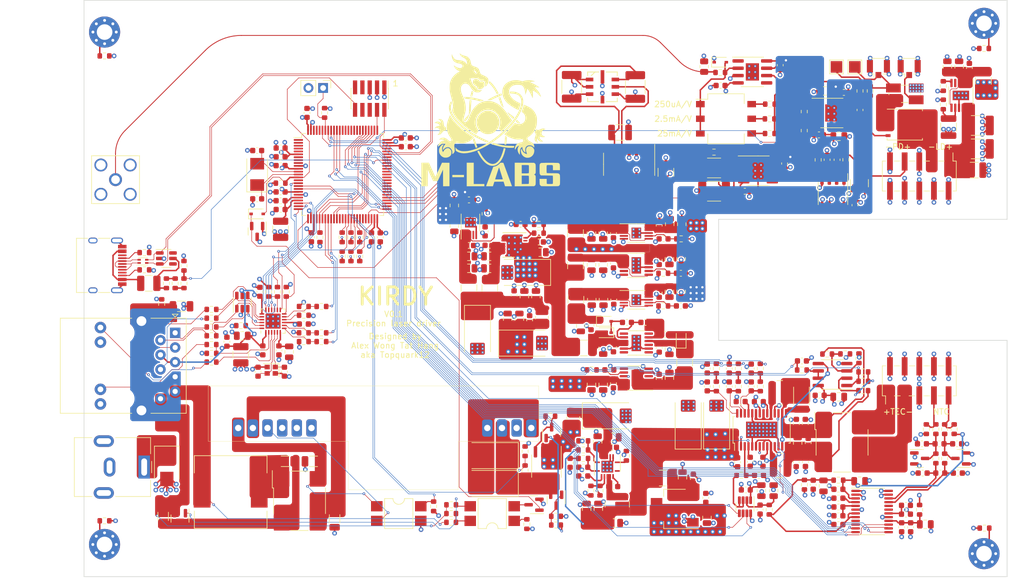
<source format=kicad_pcb>
(kicad_pcb (version 20211014) (generator pcbnew)

  (general
    (thickness 1.6)
  )

  (paper "A4")
  (layers
    (0 "F.Cu" signal)
    (1 "In1.Cu" signal)
    (2 "In2.Cu" signal)
    (31 "B.Cu" signal)
    (32 "B.Adhes" user "B.Adhesive")
    (33 "F.Adhes" user "F.Adhesive")
    (34 "B.Paste" user)
    (35 "F.Paste" user)
    (36 "B.SilkS" user "B.Silkscreen")
    (37 "F.SilkS" user "F.Silkscreen")
    (38 "B.Mask" user)
    (39 "F.Mask" user)
    (40 "Dwgs.User" user "User.Drawings")
    (41 "Cmts.User" user "User.Comments")
    (42 "Eco1.User" user "User.Eco1")
    (43 "Eco2.User" user "User.Eco2")
    (44 "Edge.Cuts" user)
    (45 "Margin" user)
    (46 "B.CrtYd" user "B.Courtyard")
    (47 "F.CrtYd" user "F.Courtyard")
    (48 "B.Fab" user)
    (49 "F.Fab" user)
    (50 "User.1" user)
    (51 "User.2" user)
    (52 "User.3" user)
    (53 "User.4" user)
    (54 "User.5" user)
    (55 "User.6" user)
    (56 "User.7" user)
    (57 "User.8" user)
    (58 "User.9" user)
  )

  (setup
    (stackup
      (layer "F.SilkS" (type "Top Silk Screen"))
      (layer "F.Paste" (type "Top Solder Paste"))
      (layer "F.Mask" (type "Top Solder Mask") (thickness 0.01))
      (layer "F.Cu" (type "copper") (thickness 0.035))
      (layer "dielectric 1" (type "core") (thickness 0.48) (material "FR4") (epsilon_r 4.5) (loss_tangent 0.02))
      (layer "In1.Cu" (type "copper") (thickness 0.035))
      (layer "dielectric 2" (type "prepreg") (thickness 0.48) (material "FR4") (epsilon_r 4.5) (loss_tangent 0.02))
      (layer "In2.Cu" (type "copper") (thickness 0.035))
      (layer "dielectric 3" (type "core") (thickness 0.48) (material "FR4") (epsilon_r 4.5) (loss_tangent 0.02))
      (layer "B.Cu" (type "copper") (thickness 0.035))
      (layer "B.Mask" (type "Bottom Solder Mask") (thickness 0.01))
      (layer "B.Paste" (type "Bottom Solder Paste"))
      (layer "B.SilkS" (type "Bottom Silk Screen"))
      (copper_finish "ENIG")
      (dielectric_constraints no)
    )
    (pad_to_mask_clearance 0)
    (pcbplotparams
      (layerselection 0x00010fc_ffffffff)
      (disableapertmacros false)
      (usegerberextensions false)
      (usegerberattributes true)
      (usegerberadvancedattributes true)
      (creategerberjobfile true)
      (svguseinch false)
      (svgprecision 6)
      (excludeedgelayer true)
      (plotframeref false)
      (viasonmask false)
      (mode 1)
      (useauxorigin false)
      (hpglpennumber 1)
      (hpglpenspeed 20)
      (hpglpendiameter 15.000000)
      (dxfpolygonmode true)
      (dxfimperialunits true)
      (dxfusepcbnewfont true)
      (psnegative false)
      (psa4output false)
      (plotreference true)
      (plotvalue true)
      (plotinvisibletext false)
      (sketchpadsonfab false)
      (subtractmaskfromsilk false)
      (outputformat 1)
      (mirror false)
      (drillshape 1)
      (scaleselection 1)
      (outputdirectory "")
    )
  )

  (net 0 "")
  (net 1 "+5VA")
  (net 2 "GND")
  (net 3 "Net-(C2-Pad2)")
  (net 4 "Net-(C5-Pad1)")
  (net 5 "Net-(C5-Pad2)")
  (net 6 "Net-(C6-Pad1)")
  (net 7 "+9VA")
  (net 8 "-6V")
  (net 9 "+15V")
  (net 10 "Net-(C13-Pad1)")
  (net 11 "Net-(C13-Pad2)")
  (net 12 "/MCU/PD_MON")
  (net 13 "/driveStage/PD_C")
  (net 14 "Net-(C17-Pad2)")
  (net 15 "Net-(C18-Pad1)")
  (net 16 "Net-(C19-Pad1)")
  (net 17 "+3V3")
  (net 18 "Net-(C21-Pad2)")
  (net 19 "Net-(C22-Pad1)")
  (net 20 "/MCU/VREF")
  (net 21 "+12V")
  (net 22 "Net-(C37-Pad2)")
  (net 23 "Net-(C38-Pad1)")
  (net 24 "Net-(C38-Pad2)")
  (net 25 "Net-(C40-Pad1)")
  (net 26 "Net-(C42-Pad2)")
  (net 27 "Net-(C43-Pad2)")
  (net 28 "-9V")
  (net 29 "IN")
  (net 30 "Net-(C50-Pad1)")
  (net 31 "Net-(C51-Pad1)")
  (net 32 "Net-(C52-Pad1)")
  (net 33 "Net-(C53-Pad1)")
  (net 34 "Net-(C54-Pad1)")
  (net 35 "Net-(C55-Pad1)")
  (net 36 "Net-(C69-Pad1)")
  (net 37 "Net-(C70-Pad1)")
  (net 38 "Net-(C71-Pad1)")
  (net 39 "Net-(C72-Pad1)")
  (net 40 "Net-(C73-Pad1)")
  (net 41 "Net-(C74-Pad1)")
  (net 42 "+9V")
  (net 43 "+8V")
  (net 44 "+3.3VA")
  (net 45 "/thermostat/DAC_REF")
  (net 46 "/thermostat/ADC_REF")
  (net 47 "/thermostat/ADC_A3V3")
  (net 48 "/thermostat/ADC_D3V3")
  (net 49 "Net-(C102-Pad1)")
  (net 50 "Net-(C103-Pad1)")
  (net 51 "Net-(C104-Pad1)")
  (net 52 "/thermostat/MAXV")
  (net 53 "/thermostat/MAXIP")
  (net 54 "/thermostat/MAXIN")
  (net 55 "Net-(C110-Pad1)")
  (net 56 "Net-(C115-Pad1)")
  (net 57 "Net-(C117-Pad1)")
  (net 58 "/MCU/TEC_ISEN")
  (net 59 "Net-(C119-Pad1)")
  (net 60 "/MCU/TEC_VREF")
  (net 61 "Net-(C122-Pad2)")
  (net 62 "Net-(C123-Pad2)")
  (net 63 "Net-(C125-Pad1)")
  (net 64 "+5V")
  (net 65 "Net-(C132-Pad2)")
  (net 66 "Net-(C133-Pad2)")
  (net 67 "Net-(C135-Pad2)")
  (net 68 "Net-(C136-Pad2)")
  (net 69 "Net-(C141-Pad1)")
  (net 70 "Net-(C145-Pad1)")
  (net 71 "Net-(C145-Pad2)")
  (net 72 "Net-(C146-Pad1)")
  (net 73 "Net-(C147-Pad1)")
  (net 74 "Net-(C148-Pad1)")
  (net 75 "Net-(C149-Pad1)")
  (net 76 "Net-(C149-Pad2)")
  (net 77 "Net-(C150-Pad1)")
  (net 78 "Net-(C151-Pad1)")
  (net 79 "Net-(C152-Pad1)")
  (net 80 "Net-(C152-Pad2)")
  (net 81 "Net-(C158-Pad1)")
  (net 82 "Net-(C162-Pad2)")
  (net 83 "Net-(C163-Pad2)")
  (net 84 "Net-(C164-Pad1)")
  (net 85 "/Ehternet/AVDDT_PHY")
  (net 86 "/Ehternet/ETH_SHIELD")
  (net 87 "Net-(D1-Pad2)")
  (net 88 "/MCU/MCU_RSTn")
  (net 89 "/MCU/RST")
  (net 90 "Net-(FB12-Pad1)")
  (net 91 "Net-(FB12-Pad2)")
  (net 92 "/thermostat/TEC+")
  (net 93 "/thermostat/TEC-")
  (net 94 "Net-(J7-PadA7)")
  (net 95 "Net-(J7-PadA6)")
  (net 96 "/MCU/USB_DP")
  (net 97 "/MCU/USB_DN")
  (net 98 "Net-(J1-Pad1)")
  (net 99 "Net-(J2-Pad1)")
  (net 100 "/MCU/SWDIO")
  (net 101 "/MCU/SWCLK")
  (net 102 "unconnected-(J4-Pad6)")
  (net 103 "unconnected-(J4-Pad7)")
  (net 104 "unconnected-(J4-Pad8)")
  (net 105 "unconnected-(J4-Pad9)")
  (net 106 "Net-(J6-Pad1)")
  (net 107 "Net-(J6-Pad2)")
  (net 108 "Net-(J6-Pad3)")
  (net 109 "Net-(J6-Pad6)")
  (net 110 "/Ehternet/POE_VC-")
  (net 111 "/Ehternet/POE_VC+")
  (net 112 "Net-(J6-Pad11)")
  (net 113 "Net-(J6-Pad13)")
  (net 114 "Net-(J7-PadA5)")
  (net 115 "unconnected-(J7-PadA8)")
  (net 116 "Net-(J7-PadB5)")
  (net 117 "unconnected-(J7-PadB8)")
  (net 118 "/driveStage/LD-")
  (net 119 "/thermostat/NTC+")
  (net 120 "/thermostat/NTC-")
  (net 121 "Net-(JP1-Pad1)")
  (net 122 "Net-(L2-Pad1)")
  (net 123 "Net-(L3-Pad1)")
  (net 124 "Net-(Q1-Pad1)")
  (net 125 "Net-(Q2-Pad3)")
  (net 126 "Net-(Q3-Pad1)")
  (net 127 "Net-(Q4-Pad1)")
  (net 128 "Net-(Q5-Pad4)")
  (net 129 "Net-(Q6-Pad1)")
  (net 130 "Net-(R4-Pad1)")
  (net 131 "Net-(R4-Pad2)")
  (net 132 "Net-(R5-Pad1)")
  (net 133 "Net-(R6-Pad1)")
  (net 134 "Net-(R7-Pad2)")
  (net 135 "Net-(R10-Pad2)")
  (net 136 "/MCU/PD_BIAS")
  (net 137 "Net-(R14-Pad2)")
  (net 138 "Net-(R15-Pad2)")
  (net 139 "Net-(R16-Pad2)")
  (net 140 "Net-(R17-Pad2)")
  (net 141 "Net-(R18-Pad2)")
  (net 142 "Net-(R19-Pad2)")
  (net 143 "Net-(R24-Pad2)")
  (net 144 "Net-(R29-Pad2)")
  (net 145 "Net-(R30-Pad2)")
  (net 146 "/MCU/PWM_MAXV")
  (net 147 "/MCU/PWM_MAXIP")
  (net 148 "/MCU/PWM_MAXIN")
  (net 149 "Net-(R41-Pad1)")
  (net 150 "Net-(R42-Pad2)")
  (net 151 "Net-(R45-Pad1)")
  (net 152 "Net-(R46-Pad2)")
  (net 153 "/MCU/TEC_VSEN")
  (net 154 "Net-(R48-Pad2)")
  (net 155 "Net-(R56-Pad2)")
  (net 156 "Net-(R57-Pad2)")
  (net 157 "Net-(R60-Pad2)")
  (net 158 "Net-(R63-Pad1)")
  (net 159 "Net-(R65-Pad1)")
  (net 160 "/MCU/AT_EVENT")
  (net 161 "/MCU/POE_PWR_SRC")
  (net 162 "/Ehternet/RMII_RXD0")
  (net 163 "Net-(R73-Pad2)")
  (net 164 "/Ehternet/RMII_RXD1")
  (net 165 "Net-(R74-Pad2)")
  (net 166 "/Ehternet/RMII_CRS_DV")
  (net 167 "Net-(R75-Pad2)")
  (net 168 "/Ehternet/RMII_REF_CLK")
  (net 169 "Net-(R76-Pad2)")
  (net 170 "/Ehternet/RMII_MDIO")
  (net 171 "Net-(R82-Pad2)")
  (net 172 "/Ehternet/ETH_LED_1")
  (net 173 "Net-(R84-Pad1)")
  (net 174 "/Ehternet/PHY_TD_P")
  (net 175 "/Ehternet/PHY_TD_N")
  (net 176 "/Ehternet/PHY_RD_P")
  (net 177 "/Ehternet/PHY_RD_N")
  (net 178 "/Ehternet/ETH_LED_2")
  (net 179 "Net-(R94-Pad2)")
  (net 180 "Net-(R95-Pad1)")
  (net 181 "/MCU/USB_VBUS")
  (net 182 "/MCU/LDAC_LOAD")
  (net 183 "/MCU/LDAC_CLK")
  (net 184 "/MCU/LDAC_MOSI")
  (net 185 "/MCU/LDAC_CS")
  (net 186 "/MCU/TADC_SYNC")
  (net 187 "/MCU/TADC_MISO")
  (net 188 "/MCU/TDAC_MOSI")
  (net 189 "/MCU/TADC_CLK")
  (net 190 "/MCU/TDAC_CLK")
  (net 191 "/MCU/TADC_CS")
  (net 192 "/MCU/TDAC_SYNC")
  (net 193 "/MCU/TADC_MOSI")
  (net 194 "Net-(U1-Pad6)")
  (net 195 "unconnected-(U2-Pad1)")
  (net 196 "unconnected-(U2-Pad9)")
  (net 197 "unconnected-(U2-Pad13)")
  (net 198 "unconnected-(U5-Pad7)")
  (net 199 "unconnected-(U7-Pad1)")
  (net 200 "unconnected-(U7-Pad2)")
  (net 201 "unconnected-(U7-Pad3)")
  (net 202 "unconnected-(U7-Pad4)")
  (net 203 "unconnected-(U7-Pad5)")
  (net 204 "unconnected-(U7-Pad7)")
  (net 205 "unconnected-(U7-Pad8)")
  (net 206 "unconnected-(U7-Pad9)")
  (net 207 "unconnected-(U7-Pad15)")
  (net 208 "/Ehternet/RMII_MDC")
  (net 209 "/Ehternet/PHY_NRST")
  (net 210 "/MCU/TEC_SHDN")
  (net 211 "unconnected-(U7-Pad37)")
  (net 212 "unconnected-(U7-Pad38)")
  (net 213 "unconnected-(U7-Pad45)")
  (net 214 "unconnected-(U7-Pad46)")
  (net 215 "/Ehternet/RMII_TX_EN")
  (net 216 "/Ehternet/RMII_TXD0")
  (net 217 "/Ehternet/RMII_TXD1")
  (net 218 "unconnected-(U7-Pad56)")
  (net 219 "unconnected-(U7-Pad57)")
  (net 220 "unconnected-(U7-Pad58)")
  (net 221 "unconnected-(U7-Pad59)")
  (net 222 "unconnected-(U7-Pad60)")
  (net 223 "unconnected-(U7-Pad61)")
  (net 224 "unconnected-(U7-Pad62)")
  (net 225 "unconnected-(U7-Pad63)")
  (net 226 "unconnected-(U7-Pad64)")
  (net 227 "unconnected-(U7-Pad65)")
  (net 228 "unconnected-(U7-Pad66)")
  (net 229 "unconnected-(U7-Pad67)")
  (net 230 "unconnected-(U7-Pad69)")
  (net 231 "unconnected-(U7-Pad82)")
  (net 232 "unconnected-(U7-Pad83)")
  (net 233 "unconnected-(U7-Pad84)")
  (net 234 "unconnected-(U7-Pad85)")
  (net 235 "unconnected-(U7-Pad86)")
  (net 236 "unconnected-(U7-Pad87)")
  (net 237 "unconnected-(U7-Pad88)")
  (net 238 "unconnected-(U7-Pad96)")
  (net 239 "unconnected-(U7-Pad97)")
  (net 240 "unconnected-(U7-Pad98)")
  (net 241 "unconnected-(U9-Pad1)")
  (net 242 "unconnected-(U9-Pad3)")
  (net 243 "unconnected-(U9-Pad6)")
  (net 244 "unconnected-(U9-Pad7)")
  (net 245 "unconnected-(U9-Pad12)")
  (net 246 "unconnected-(U10-Pad5)")
  (net 247 "unconnected-(U11-Pad4)")
  (net 248 "unconnected-(U12-Pad5)")
  (net 249 "unconnected-(U13-Pad5)")
  (net 250 "unconnected-(U14-Pad4)")
  (net 251 "unconnected-(U15-Pad4)")
  (net 252 "unconnected-(U15-Pad7)")
  (net 253 "unconnected-(U16-Pad4)")
  (net 254 "unconnected-(U18-Pad9)")
  (net 255 "unconnected-(U18-Pad10)")
  (net 256 "unconnected-(U18-Pad19)")
  (net 257 "unconnected-(U18-Pad20)")
  (net 258 "Net-(U19-Pad5)")
  (net 259 "unconnected-(U22-Pad14)")
  (net 260 "Net-(U23-Pad3)")
  (net 261 "unconnected-(U23-Pad4)")
  (net 262 "unconnected-(U23-Pad5)")
  (net 263 "unconnected-(U23-Pad6)")
  (net 264 "unconnected-(U23-Pad9)")
  (net 265 "unconnected-(U28-Pad4)")
  (net 266 "unconnected-(U28-Pad6)")
  (net 267 "Net-(C35-Pad1)")
  (net 268 "Net-(J3-Pad1)")
  (net 269 "Net-(H1-Pad1)")
  (net 270 "Net-(H2-Pad1)")
  (net 271 "Net-(H3-Pad1)")
  (net 272 "Net-(H4-Pad1)")

  (footprint "Connector_RJ:RJ45_Abracon_ARJP11A-MA_Horizontal" (layer "F.Cu") (at 15.7964 57.6926 -90))

  (footprint "Resistor_SMD:R_0603_1608Metric" (layer "F.Cu") (at 38.1008 53.117 180))

  (footprint "Resistor_SMD:R_0603_1608Metric" (layer "F.Cu") (at 63.6448 87.521 180))

  (footprint "Resistor_SMD:R_0603_1608Metric" (layer "F.Cu") (at 81.816 89.515))

  (footprint "Capacitor_SMD:C_0603_1608Metric" (layer "F.Cu") (at 38.1008 56.165))

  (footprint "Capacitor_SMD:C_0603_1608Metric" (layer "F.Cu") (at 148.4148 82.022 180))

  (footprint "Package_TO_SOT_SMD:SOT-23" (layer "F.Cu") (at 81.054 75.0116 90))

  (footprint "Capacitor_SMD:C_0805_2012Metric" (layer "F.Cu") (at 107.978 89.7436 -90))

  (footprint "Inductor_SMD:L_1210_3225Metric" (layer "F.Cu") (at 34.077 39.728 90))

  (footprint "Capacitor_SMD:C_0603_1608Metric" (layer "F.Cu") (at 111.8388 63.8864 90))

  (footprint "Capacitor_SMD:C_0603_1608Metric" (layer "F.Cu") (at 66.7284 42.5348))

  (footprint "Package_QFP:LQFP-100_14x14mm_P0.5mm" (layer "F.Cu") (at 44.831 30.226))

  (footprint "Capacitor_SMD:C_0603_1608Metric" (layer "F.Cu") (at 115.6488 63.8864 90))

  (footprint "Resistor_SMD:R_0603_1608Metric" (layer "F.Cu") (at 38.1008 54.641 180))

  (footprint "Capacitor_SMD:C_0603_1608Metric" (layer "F.Cu") (at 108.0288 66.9852 90))

  (footprint "Capacitor_SMD:C_0805_2012Metric" (layer "F.Cu") (at 86.106 56.4874 -90))

  (footprint "Resistor_SMD:R_0603_1608Metric" (layer "F.Cu") (at 118.773 88.372 -90))

  (footprint "Resistor_SMD:R_0603_1608Metric" (layer "F.Cu") (at 41.1488 53.117 180))

  (footprint "Resistor_SMD:R_0603_1608Metric" (layer "F.Cu") (at 144.8334 88.385 90))

  (footprint "Resistor_SMD:R_0603_1608Metric" (layer "F.Cu") (at 113.4136 63.8864 -90))

  (footprint "Resistor_SMD:R_0603_1608Metric" (layer "F.Cu") (at 156.0094 8.362 180))

  (footprint "Capacitor_SMD:C_0603_1608Metric" (layer "F.Cu") (at 91.7702 60.211 90))

  (footprint "Diode_SMD:D_SMB" (layer "F.Cu") (at 14.351 80.899 -90))

  (footprint "Capacitor_SMD:C_0603_1608Metric" (layer "F.Cu") (at 66.7284 34.6354))

  (footprint "Inductor_SMD:L_Wuerth_WE-PD-Typ-LS" (layer "F.Cu") (at 25.4168 85.307))

  (footprint "Capacitor_SMD:C_0805_2012Metric" (layer "F.Cu") (at 70.2768 46.5043 180))

  (footprint "Package_SO:SOIC-8-1EP_3.9x4.9mm_P1.27mm_EP2.29x3mm" (layer "F.Cu") (at 115.852 12.426))

  (footprint "Capacitor_SMD:C_0805_2012Metric" (layer "F.Cu") (at 89.0296 76.5864 90))

  (footprint "Package_TO_SOT_SMD:SOT-23-6" (layer "F.Cu") (at 27.4328 52.355 90))

  (footprint "Resistor_SMD:R_0603_1608Metric" (layer "F.Cu") (at 47.793 41.122 90))

  (footprint "Capacitor_SMD:C_1812_4532Metric" (layer "F.Cu") (at 154.94 25.781))

  (footprint "Resistor_SMD:R_0603_1608Metric" (layer "F.Cu") (at 109.6036 63.8864 -90))

  (footprint "Resistor_SMD:R_0603_1608Metric" (layer "F.Cu") (at 100.4062 47.3586))

  (footprint "Capacitor_SMD:C_0603_1608Metric" (layer "F.Cu") (at 130.7618 89.4264 180))

  (footprint "Capacitor_SMD:C_0603_1608Metric" (layer "F.Cu") (at 91.7702 45.6444 -90))

  (footprint "Capacitor_SMD:C_0603_1608Metric" (layer "F.Cu") (at 117.186 88.3466 -90))

  (footprint "Capacitor_SMD:C_0603_1608Metric" (layer "F.Cu") (at 100.457 41.3896 180))

  (footprint "Capacitor_SMD:C_0805_2012Metric" (layer "F.Cu") (at 151.684 11.524 90))

  (footprint "Resistor_SMD:R_0603_1608Metric" (layer "F.Cu") (at 17.3254 46.0556 -90))

  (footprint "Resistor_SMD:R_0603_1608Metric" (layer "F.Cu") (at 117.2236 66.9852 -90))

  (footprint "Resistor_SMD:R_0603_1608Metric" (layer "F.Cu") (at 78.8442 38.875))

  (footprint "Capacitor_SMD:C_0603_1608Metric" (layer "F.Cu") (at 94.107 55.88))

  (footprint "Connector_Coaxial:SMA_Amphenol_132203-12_Horizontal" (layer "F.Cu") (at 5.461 31.115 90))

  (footprint "Inductor_SMD:L_1210_3225Metric" (layer "F.Cu") (at 70.3352 49.924 90))

  (footprint "Resistor_SMD:R_0603_1608Metric" (layer "F.Cu") (at 89.436 85.07 90))

  (footprint "Capacitor_SMD:C_0805_2012Metric" (layer "F.Cu")
    (tedit 5F68FEEE) (tstamp 1e4dc07e-2b74-4fa8-a6a1-96dea624930c)
    (at 101.473 60.465 -90)
... [4227466 chars truncated]
</source>
